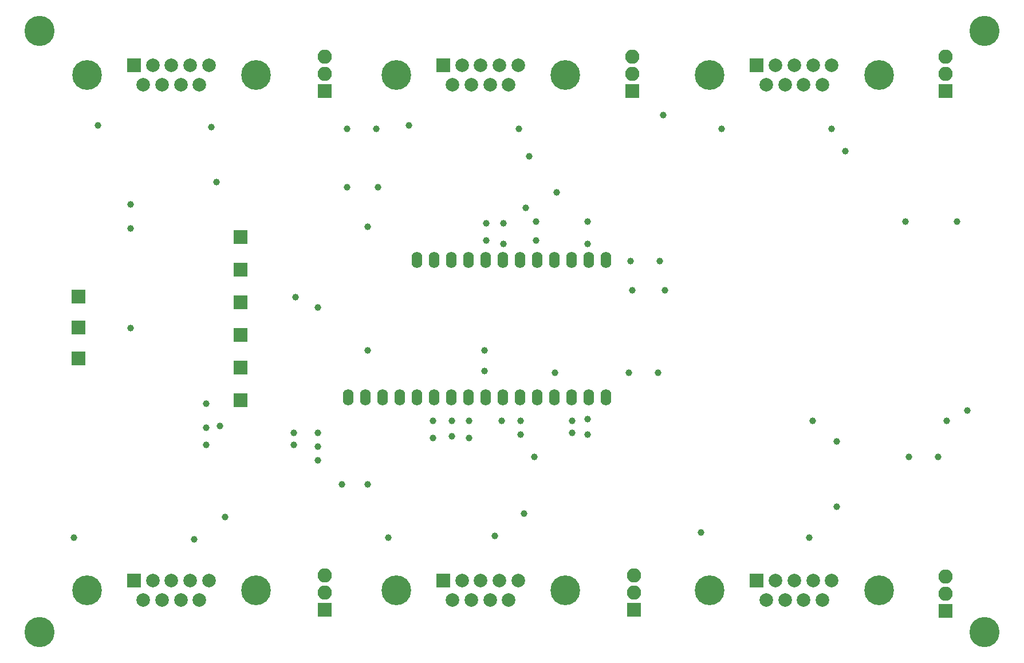
<source format=gbs>
G04 #@! TF.FileFunction,Soldermask,Bot*
%FSLAX46Y46*%
G04 Gerber Fmt 4.6, Leading zero omitted, Abs format (unit mm)*
G04 Created by KiCad (PCBNEW 4.0.7-e2-6376~60~ubuntu17.10.1) date Mon Feb  5 04:30:27 2018*
%MOMM*%
%LPD*%
G01*
G04 APERTURE LIST*
%ADD10C,0.100000*%
%ADD11C,4.464000*%
%ADD12R,2.000000X2.000000*%
%ADD13C,2.000000*%
%ADD14C,4.400000*%
%ADD15O,1.600000X2.400000*%
%ADD16R,2.100000X2.100000*%
%ADD17O,2.100000X2.100000*%
%ADD18C,1.000000*%
G04 APERTURE END LIST*
D10*
D11*
X245110000Y-151130000D03*
X105410000Y-151130000D03*
X105410000Y-62230000D03*
D12*
X119380000Y-67310000D03*
D13*
X122150000Y-67310000D03*
X124920000Y-67310000D03*
X127690000Y-67310000D03*
X130460000Y-67310000D03*
X120765000Y-70150000D03*
X123535000Y-70150000D03*
X126305000Y-70150000D03*
X129075000Y-70150000D03*
D14*
X112420000Y-68730000D03*
X137420000Y-68730000D03*
D12*
X165100000Y-67310000D03*
D13*
X167870000Y-67310000D03*
X170640000Y-67310000D03*
X173410000Y-67310000D03*
X176180000Y-67310000D03*
X166485000Y-70150000D03*
X169255000Y-70150000D03*
X172025000Y-70150000D03*
X174795000Y-70150000D03*
D14*
X158140000Y-68730000D03*
X183140000Y-68730000D03*
D12*
X211455000Y-67310000D03*
D13*
X214225000Y-67310000D03*
X216995000Y-67310000D03*
X219765000Y-67310000D03*
X222535000Y-67310000D03*
X212840000Y-70150000D03*
X215610000Y-70150000D03*
X218380000Y-70150000D03*
X221150000Y-70150000D03*
D14*
X204495000Y-68730000D03*
X229495000Y-68730000D03*
D12*
X119380000Y-143510000D03*
D13*
X122150000Y-143510000D03*
X124920000Y-143510000D03*
X127690000Y-143510000D03*
X130460000Y-143510000D03*
X120765000Y-146350000D03*
X123535000Y-146350000D03*
X126305000Y-146350000D03*
X129075000Y-146350000D03*
D14*
X112420000Y-144930000D03*
X137420000Y-144930000D03*
D12*
X165100000Y-143510000D03*
D13*
X167870000Y-143510000D03*
X170640000Y-143510000D03*
X173410000Y-143510000D03*
X176180000Y-143510000D03*
X166485000Y-146350000D03*
X169255000Y-146350000D03*
X172025000Y-146350000D03*
X174795000Y-146350000D03*
D14*
X158140000Y-144930000D03*
X183140000Y-144930000D03*
D12*
X211455000Y-143510000D03*
D13*
X214225000Y-143510000D03*
X216995000Y-143510000D03*
X219765000Y-143510000D03*
X222535000Y-143510000D03*
X212840000Y-146350000D03*
X215610000Y-146350000D03*
X218380000Y-146350000D03*
X221150000Y-146350000D03*
D14*
X204495000Y-144930000D03*
X229495000Y-144930000D03*
D15*
X151041100Y-116433600D03*
X153581100Y-116433600D03*
X156121100Y-116433600D03*
X158661100Y-116433600D03*
X161201100Y-96113600D03*
X161201100Y-116433600D03*
X163741100Y-96113600D03*
X163741100Y-116433600D03*
X166281100Y-96113600D03*
X166281100Y-116433600D03*
X168821100Y-96113600D03*
X168821100Y-116433600D03*
X171361100Y-96113600D03*
X171361100Y-116433600D03*
X173901100Y-96113600D03*
X173901100Y-116433600D03*
X176441100Y-96113600D03*
X176441100Y-116433600D03*
X178981100Y-96113600D03*
X178981100Y-116433600D03*
X181521100Y-96113600D03*
X181521100Y-116433600D03*
X184061100Y-96113600D03*
X184061100Y-116433600D03*
X186601100Y-96113600D03*
X186601100Y-116433600D03*
X189141100Y-96113600D03*
X189141100Y-116433600D03*
D16*
X147574000Y-71120000D03*
D17*
X147574000Y-68580000D03*
X147574000Y-66040000D03*
D16*
X193040000Y-71120000D03*
D17*
X193040000Y-68580000D03*
X193040000Y-66040000D03*
D16*
X239395000Y-71120000D03*
D17*
X239395000Y-68580000D03*
X239395000Y-66040000D03*
D16*
X147574000Y-147828000D03*
D17*
X147574000Y-145288000D03*
X147574000Y-142748000D03*
D16*
X193294000Y-147828000D03*
D17*
X193294000Y-145288000D03*
X193294000Y-142748000D03*
D16*
X239395000Y-147955000D03*
D17*
X239395000Y-145415000D03*
X239395000Y-142875000D03*
D16*
X135128000Y-116840000D03*
X135128000Y-112014000D03*
X135128000Y-107188000D03*
X135128000Y-102362000D03*
X135128000Y-97536000D03*
X135128000Y-92710000D03*
X111188500Y-106108500D03*
X111188500Y-110680500D03*
X111188500Y-101536500D03*
D11*
X245110000Y-62230000D03*
D18*
X153924000Y-129286000D03*
X150114000Y-129286000D03*
X118872000Y-87884000D03*
X118872000Y-91440000D03*
X118872000Y-106172000D03*
X150876000Y-76708000D03*
X155194000Y-76708000D03*
X219202000Y-137160000D03*
X172720000Y-136906000D03*
X128270000Y-137414000D03*
X222504000Y-76708000D03*
X176276000Y-76708000D03*
X130810000Y-76454000D03*
X114046000Y-76200000D03*
X160020000Y-76200000D03*
X206248000Y-76708000D03*
X110490000Y-137160000D03*
X156972000Y-137160000D03*
X203200000Y-136398000D03*
X153924000Y-91186000D03*
X171196000Y-112522000D03*
X171196000Y-109474000D03*
X153924000Y-109474000D03*
X193040000Y-100584000D03*
X197866000Y-100584000D03*
X197612000Y-74676000D03*
X242570000Y-118364000D03*
X186436000Y-119634000D03*
X186436000Y-121920000D03*
X143002000Y-123444000D03*
X143002000Y-121666000D03*
X143256000Y-101600000D03*
X166370000Y-119888000D03*
X166370000Y-122174000D03*
X233426000Y-90424000D03*
X241046000Y-90424000D03*
X186436000Y-90424000D03*
X186436000Y-93726000D03*
X168910000Y-122428000D03*
X168910000Y-119888000D03*
X131572000Y-84582000D03*
X132080000Y-120650000D03*
X177800000Y-80772000D03*
X173990000Y-90678000D03*
X173990000Y-93726000D03*
X181610000Y-112776000D03*
X192532000Y-112776000D03*
X196850000Y-112776000D03*
X224536000Y-80010000D03*
X132842000Y-134112000D03*
X130048000Y-123444000D03*
X130048000Y-120904000D03*
X130048000Y-117348000D03*
X177038000Y-133604000D03*
X163576000Y-119888000D03*
X163576000Y-122428000D03*
X192786000Y-96266000D03*
X197104000Y-96266000D03*
X223266000Y-132588000D03*
X223266000Y-122936000D03*
X178816000Y-93218000D03*
X178816000Y-90424000D03*
X155448000Y-85344000D03*
X150876000Y-85344000D03*
X171450000Y-93218000D03*
X171450000Y-90678000D03*
X177292000Y-88392000D03*
X181864000Y-86106000D03*
X184150000Y-119888000D03*
X184150000Y-121666000D03*
X219710000Y-119888000D03*
X239522000Y-119888000D03*
X146558000Y-103124000D03*
X146558000Y-121666000D03*
X146558000Y-123698000D03*
X146558000Y-125730000D03*
X176530000Y-119888000D03*
X176530000Y-121920000D03*
X173736000Y-119888000D03*
X238252000Y-125222000D03*
X233934000Y-125222000D03*
X178562000Y-125222000D03*
M02*

</source>
